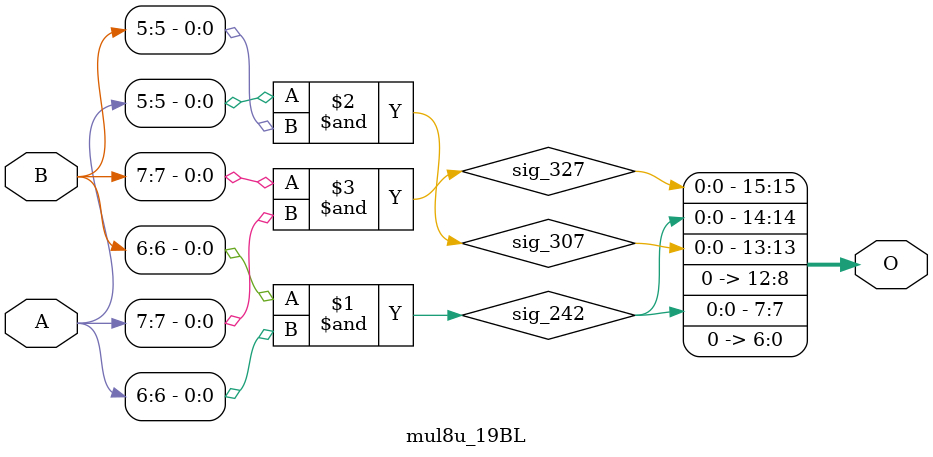
<source format=v>
/***
* This code is a part of EvoApproxLib library (ehw.fit.vutbr.cz/approxlib) distributed under The MIT License.
* When used, please cite the following article(s): PRABAKARAN B. S., MRAZEK V., VASICEK Z., SEKANINA L., SHAFIQUE M. ApproxFPGAs: Embracing ASIC-based Approximate Arithmetic Components for FPGA-Based Systems. DAC 2020. 
***/
// MAE% = 8.08 %
// MAE = 5294 
// WCE% = 30.81 %
// WCE = 20193 
// WCRE% = 700.00 %
// EP% = 99.21 %
// MRE% = 64.52 %
// MSE = 47901.182e3 
// FPGA_POWER = 0.26
// FPGA_DELAY = 6.1
// FPGA_LUT = 3.0

module mul8u_19BL (
    A,
    B,
    O
);

input [7:0] A;
input [7:0] B;
output [15:0] O;

wire sig_242,sig_307,sig_327;

assign sig_242 = B[6] & A[6];
assign sig_307 = A[5] & B[5];
assign sig_327 = B[7] & A[7];

assign O[15] = sig_327;
assign O[14] = sig_242;
assign O[13] = sig_307;
assign O[12] = 1'b0;
assign O[11] = 1'b0;
assign O[10] = 1'b0;
assign O[9] = 1'b0;
assign O[8] = 1'b0;
assign O[7] = sig_242;
assign O[6] = 1'b0;
assign O[5] = 1'b0;
assign O[4] = 1'b0;
assign O[3] = 1'b0;
assign O[2] = 1'b0;
assign O[1] = 1'b0;
assign O[0] = 1'b0;

endmodule



</source>
